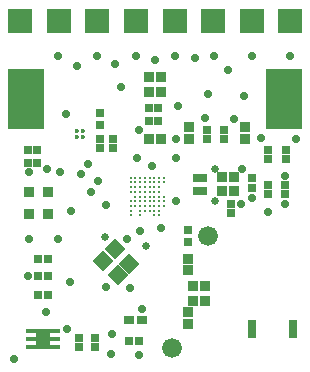
<source format=gts>
G04 Layer_Color=8388736*
%FSLAX24Y24*%
%MOIN*%
G70*
G01*
G75*
%ADD36C,0.0083*%
%ADD51C,0.0142*%
%ADD52R,0.0343X0.0343*%
%ADD53R,0.0347X0.0351*%
%ADD54R,0.0316X0.0316*%
%ADD55R,0.0315X0.0614*%
%ADD56R,0.0343X0.0343*%
%ADD57R,0.1241X0.2029*%
%ADD58R,0.0847X0.0847*%
%ADD59R,0.0351X0.0347*%
%ADD60R,0.0336X0.0257*%
%ADD61R,0.0472X0.0276*%
G04:AMPARAMS|DCode=62|XSize=51.2mil|YSize=47.2mil|CornerRadius=0mil|HoleSize=0mil|Usage=FLASHONLY|Rotation=135.000|XOffset=0mil|YOffset=0mil|HoleType=Round|Shape=Rectangle|*
%AMROTATEDRECTD62*
4,1,4,0.0348,-0.0014,0.0014,-0.0348,-0.0348,0.0014,-0.0014,0.0348,0.0348,-0.0014,0.0*
%
%ADD62ROTATEDRECTD62*%

%ADD63R,0.0375X0.0375*%
%ADD64R,0.0454X0.0690*%
%ADD65R,0.0336X0.0178*%
%ADD66R,0.0277X0.0277*%
%ADD67R,0.0277X0.0277*%
%ADD68R,0.0265X0.0280*%
%ADD69R,0.0280X0.0265*%
%ADD70C,0.0257*%
%ADD71C,0.0660*%
%ADD72C,0.0280*%
D36*
X4503Y5190D02*
D03*
X4660D02*
D03*
X5132Y5820D02*
D03*
X4660Y6135D02*
D03*
X4817D02*
D03*
X4975D02*
D03*
X4660Y6292D02*
D03*
X4188D02*
D03*
X4345D02*
D03*
X4503D02*
D03*
X4817D02*
D03*
X4975D02*
D03*
X5132D02*
D03*
X5290D02*
D03*
X4188Y6135D02*
D03*
X4345D02*
D03*
X4503D02*
D03*
X5132D02*
D03*
X5290D02*
D03*
X4188Y5977D02*
D03*
X4345D02*
D03*
X4503D02*
D03*
X4660D02*
D03*
X4817D02*
D03*
X4975D02*
D03*
X5132D02*
D03*
X4188Y5820D02*
D03*
X4345D02*
D03*
X4503D02*
D03*
X4660D02*
D03*
X4817D02*
D03*
X4975D02*
D03*
X4345Y5663D02*
D03*
X4503D02*
D03*
X4660D02*
D03*
X4817D02*
D03*
X4975D02*
D03*
X5132D02*
D03*
X5290D02*
D03*
X4188Y5505D02*
D03*
X4345D02*
D03*
X4503D02*
D03*
X4660D02*
D03*
X4817D02*
D03*
X4975D02*
D03*
X5132D02*
D03*
X5290D02*
D03*
X4188Y5348D02*
D03*
X4345D02*
D03*
X4503D02*
D03*
X4660D02*
D03*
X4817D02*
D03*
X4975D02*
D03*
X5132D02*
D03*
X5290D02*
D03*
X4188Y5190D02*
D03*
X4817D02*
D03*
X4975D02*
D03*
X5132D02*
D03*
X4188Y5033D02*
D03*
X4503D02*
D03*
X4975D02*
D03*
X5132D02*
D03*
D51*
X2392Y7642D02*
D03*
Y7838D02*
D03*
X2588Y7642D02*
D03*
Y7838D02*
D03*
D52*
X7240Y6300D02*
D03*
X7634D02*
D03*
X7240Y5860D02*
D03*
X7634D02*
D03*
X6256Y2170D02*
D03*
X6650D02*
D03*
X4803Y9140D02*
D03*
X5197D02*
D03*
X4803Y9650D02*
D03*
X5197D02*
D03*
D53*
X4795Y7590D02*
D03*
X5200D02*
D03*
X6660Y2670D02*
D03*
X6254D02*
D03*
D54*
X3180Y8040D02*
D03*
Y8434D02*
D03*
X6100Y4143D02*
D03*
Y4537D02*
D03*
D55*
X9581Y1250D02*
D03*
X8240D02*
D03*
D56*
X6097Y3595D02*
D03*
Y3201D02*
D03*
X6140Y7590D02*
D03*
Y7984D02*
D03*
X7990Y7590D02*
D03*
Y7984D02*
D03*
D57*
X700Y8910D02*
D03*
X9300Y8920D02*
D03*
D58*
X8223Y11500D02*
D03*
X4361D02*
D03*
X6936D02*
D03*
X5649D02*
D03*
X1787D02*
D03*
X500D02*
D03*
X9500D02*
D03*
X3074D02*
D03*
D59*
X6100Y1813D02*
D03*
Y1407D02*
D03*
D60*
X4560Y1540D02*
D03*
X4143D02*
D03*
D61*
X6499Y5859D02*
D03*
Y6293D02*
D03*
D62*
X4143Y3427D02*
D03*
X3670Y3900D02*
D03*
X3280Y3510D02*
D03*
X3754Y3037D02*
D03*
D63*
X1415Y5066D02*
D03*
Y5814D02*
D03*
X785D02*
D03*
Y5066D02*
D03*
D64*
X1260Y920D02*
D03*
D65*
X1673Y664D02*
D03*
Y920D02*
D03*
Y1176D02*
D03*
X847Y664D02*
D03*
Y920D02*
D03*
Y1176D02*
D03*
D66*
X8230Y6277D02*
D03*
Y5963D02*
D03*
X9380Y6910D02*
D03*
Y7225D02*
D03*
X8770D02*
D03*
Y6910D02*
D03*
D67*
X1105Y3590D02*
D03*
X1420D02*
D03*
X1417Y3000D02*
D03*
X1103D02*
D03*
X1417Y2390D02*
D03*
X1103D02*
D03*
X4143Y860D02*
D03*
X4458D02*
D03*
D68*
X3610Y7281D02*
D03*
Y7580D02*
D03*
X7540Y5430D02*
D03*
Y5130D02*
D03*
X3180Y7281D02*
D03*
Y7580D02*
D03*
X7290Y7889D02*
D03*
Y7590D02*
D03*
X6720Y7889D02*
D03*
Y7590D02*
D03*
X9340Y5740D02*
D03*
Y6040D02*
D03*
X3000Y640D02*
D03*
Y940D02*
D03*
X2480Y640D02*
D03*
Y940D02*
D03*
X8750Y5740D02*
D03*
Y6040D02*
D03*
D69*
X780Y6790D02*
D03*
X1080D02*
D03*
X780Y7220D02*
D03*
X1080D02*
D03*
X5099Y8180D02*
D03*
X4800D02*
D03*
X5099Y8600D02*
D03*
X4800D02*
D03*
D70*
X6990Y6580D02*
D03*
Y5510D02*
D03*
X4703Y4003D02*
D03*
X3320Y4300D02*
D03*
D71*
X5580Y600D02*
D03*
X6770Y4350D02*
D03*
D72*
X5710Y6950D02*
D03*
Y7590D02*
D03*
X4450Y7870D02*
D03*
X2160Y2810D02*
D03*
X3560Y1080D02*
D03*
X3530Y400D02*
D03*
X310Y250D02*
D03*
X9690Y7580D02*
D03*
X7900Y6579D02*
D03*
X760Y3000D02*
D03*
X4060Y4240D02*
D03*
X3360Y2640D02*
D03*
X4170Y2630D02*
D03*
X2870Y5830D02*
D03*
X2760Y6740D02*
D03*
X3100Y6170D02*
D03*
X1410Y6580D02*
D03*
X4890Y6690D02*
D03*
X4400Y6950D02*
D03*
X5708Y5505D02*
D03*
X8530Y7630D02*
D03*
X9340Y6340D02*
D03*
X7880Y5430D02*
D03*
X4480Y390D02*
D03*
X8750Y5150D02*
D03*
X5210Y4610D02*
D03*
X790Y4260D02*
D03*
X1750Y4250D02*
D03*
X2080Y1240D02*
D03*
X1830Y6470D02*
D03*
X2020Y8400D02*
D03*
X2400Y10030D02*
D03*
X3870Y9330D02*
D03*
X3650Y10070D02*
D03*
X5010Y10230D02*
D03*
X6320Y10290D02*
D03*
X7420Y9880D02*
D03*
X5780Y8690D02*
D03*
X6770Y9070D02*
D03*
X7970Y9020D02*
D03*
X6650Y8290D02*
D03*
X7620Y8250D02*
D03*
X9340Y5420D02*
D03*
X790Y6480D02*
D03*
X4560Y1913D02*
D03*
X9500Y10350D02*
D03*
X8230D02*
D03*
X6950D02*
D03*
X5650D02*
D03*
X4360D02*
D03*
X3070D02*
D03*
X1770D02*
D03*
X2210Y5180D02*
D03*
X1370Y1800D02*
D03*
X3360Y5380D02*
D03*
X2520Y6430D02*
D03*
X4503Y4523D02*
D03*
X8230Y5600D02*
D03*
M02*

</source>
